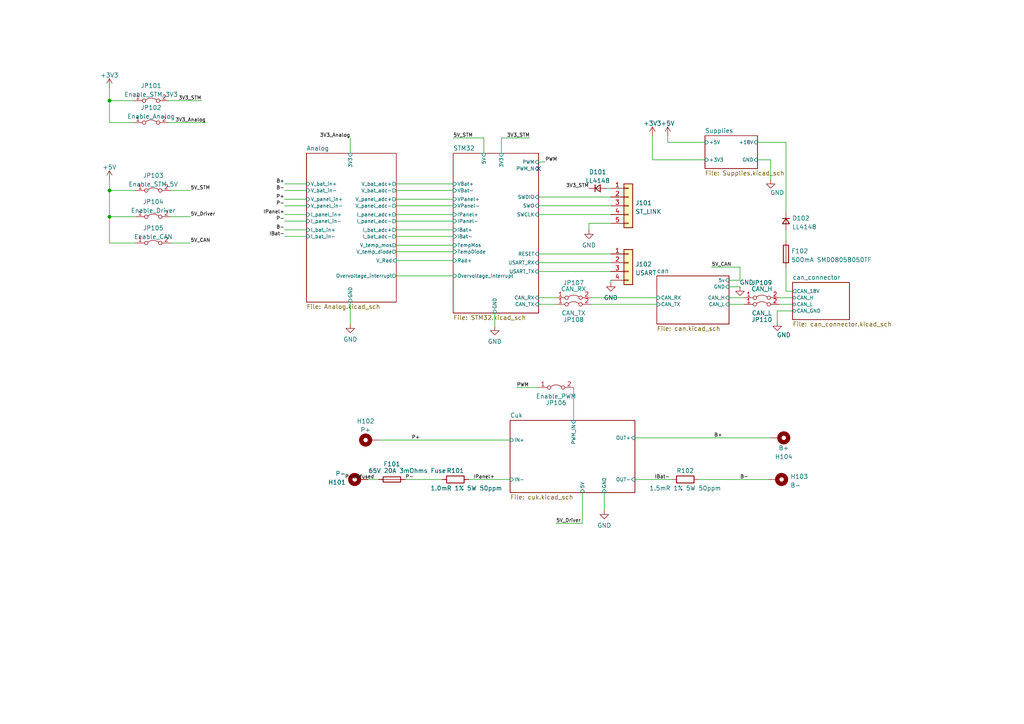
<source format=kicad_sch>
(kicad_sch (version 20211123) (generator eeschema)
  (paper "A4")
  (lib_symbols
    (symbol "Connector_Generic:Conn_01x04" (pin_names (offset 1.016) hide)
      (property "Reference" "J" (at 0 5.08 0))
      (property "Value" "Conn_01x04" (at 0 -7.62 0))
      (symbol "Conn_01x04_1_1"
        (rectangle (start -1.27 -4.953) (end 0 -5.207) (stroke (width 0.1524)))
        (rectangle (start -1.27 -2.413) (end 0 -2.667) (stroke (width 0.1524)))
        (rectangle (start -1.27 0.127) (end 0 -0.127) (stroke (width 0.1524)))
        (rectangle (start -1.27 2.667) (end 0 2.413) (stroke (width 0.1524)))
        (rectangle (start -1.27 3.81) (end 1.27 -6.35) (stroke (width 0.254)) (fill (type background)))
        (pin passive line (at -5.08 2.54 0) (length 3.81) (name "Pin_1") (number "1"))
        (pin passive line (at -5.08 0 0) (length 3.81) (name "Pin_2") (number "2"))
        (pin passive line (at -5.08 -2.54 0) (length 3.81) (name "Pin_3") (number "3"))
        (pin passive line (at -5.08 -5.08 0) (length 3.81) (name "Pin_4") (number "4"))
      )
    )
    (symbol "Connector_Generic:Conn_01x05" (pin_names (offset 1.016) hide)
      (property "Reference" "J" (at 0 7.62 0))
      (property "Value" "Conn_01x05" (at 0 -7.62 0))
      (symbol "Conn_01x05_1_1"
        (rectangle (start -1.27 -4.953) (end 0 -5.207) (stroke (width 0.1524)))
        (rectangle (start -1.27 -2.413) (end 0 -2.667) (stroke (width 0.1524)))
        (rectangle (start -1.27 0.127) (end 0 -0.127) (stroke (width 0.1524)))
        (rectangle (start -1.27 2.667) (end 0 2.413) (stroke (width 0.1524)))
        (rectangle (start -1.27 5.207) (end 0 4.953) (stroke (width 0.1524)))
        (rectangle (start -1.27 6.35) (end 1.27 -6.35) (stroke (width 0.254)) (fill (type background)))
        (pin passive line (at -5.08 5.08 0) (length 3.81) (name "Pin_1") (number "1"))
        (pin passive line (at -5.08 2.54 0) (length 3.81) (name "Pin_2") (number "2"))
        (pin passive line (at -5.08 0 0) (length 3.81) (name "Pin_3") (number "3"))
        (pin passive line (at -5.08 -2.54 0) (length 3.81) (name "Pin_4") (number "4"))
        (pin passive line (at -5.08 -5.08 0) (length 3.81) (name "Pin_5") (number "5"))
      )
    )
    (symbol "Device:D_Small" (pin_numbers hide) (pin_names (offset 0.254) hide)
      (property "Reference" "D" (at -1.27 2.032 0))
      (property "Value" "D_Small" (at -3.81 -2.032 0))
      (symbol "D_Small_0_1"
        (polyline (pts (xy -0.762 -1.016) (xy -0.762 1.016)) (stroke (width 0.254)))
        (polyline (pts (xy -0.762 0) (xy 0.762 0)))
        (polyline (pts (xy 0.762 -1.016) (xy -0.762 0) (xy 0.762 1.016) (xy 0.762 -1.016)) (stroke (width 0.254)))
      )
      (symbol "D_Small_1_1"
        (pin passive line (at -2.54 0 0) (length 1.778) (name "K") (number "1"))
        (pin passive line (at 2.54 0 180) (length 1.778) (name "A") (number "2"))
      )
    )
    (symbol "Device:Fuse" (pin_numbers hide) (pin_names (offset 0))
      (property "Reference" "F" (at 2.032 0 90))
      (property "Value" "Fuse" (at -1.905 0 90))
      (symbol "Fuse_0_1"
        (rectangle (start -0.762 -2.54) (end 0.762 2.54) (stroke (width 0.254)))
        (polyline (pts (xy 0 2.54) (xy 0 -2.54)))
      )
      (symbol "Fuse_1_1"
        (pin passive line (at 0 3.81 270) (length 1.27) (name "~") (number "1"))
        (pin passive line (at 0 -3.81 90) (length 1.27) (name "~") (number "2"))
      )
    )
    (symbol "Device:R" (pin_numbers hide) (pin_names (offset 0))
      (property "Reference" "R" (at 2.032 0 90))
      (property "Value" "R" (at 0 0 90))
      (symbol "R_0_1"
        (rectangle (start -1.016 -2.54) (end 1.016 2.54) (stroke (width 0.254)))
      )
      (symbol "R_1_1"
        (pin passive line (at 0 3.81 270) (length 1.27) (name "~") (number "1"))
        (pin passive line (at 0 -3.81 90) (length 1.27) (name "~") (number "2"))
      )
    )
    (symbol "Jumper:Jumper_2_Bridged" (pin_names (offset 0) hide)
      (property "Reference" "JP" (at 0 1.905 0))
      (property "Value" "Jumper_2_Bridged" (at 0 -2.54 0))
      (symbol "Jumper_2_Bridged_0_0"
        (circle (center -2.032 0) (radius 0.508))
        (circle (center 2.032 0) (radius 0.508))
      )
      (symbol "Jumper_2_Bridged_0_1"
        (arc (start 1.524 0.254) (mid 0 0.762) (end -1.524 0.254))
      )
      (symbol "Jumper_2_Bridged_1_1"
        (pin passive line (at -5.08 0 0) (length 2.54) (name "A") (number "1"))
        (pin passive line (at 5.08 0 180) (length 2.54) (name "B") (number "2"))
      )
    )
    (symbol "Mechanical:MountingHole_Pad" (pin_numbers hide) (pin_names (offset 1.016) hide)
      (property "Reference" "H" (at 0 6.35 0))
      (property "Value" "MountingHole_Pad" (at 0 4.445 0))
      (symbol "MountingHole_Pad_0_1"
        (circle (center 0 1.27) (radius 1.27) (stroke (width 1.27)))
      )
      (symbol "MountingHole_Pad_1_1"
        (pin input line (at 0 -2.54 90) (length 2.54) (name "1") (number "1"))
      )
    )
    (symbol "power:+3V3" (power) (pin_names (offset 0))
      (property "Value" "+3V3" (at 0 3.556 0))
      (symbol "+3V3_0_1"
        (polyline (pts (xy -0.762 1.27) (xy 0 2.54)))
        (polyline (pts (xy 0 0) (xy 0 2.54)))
        (polyline (pts (xy 0 2.54) (xy 0.762 1.27)))
      )
      (symbol "+3V3_1_1"
        (pin power_in line (at 0 0 90) (length 0) hide (name "+3V3") (number "1"))
      )
    )
    (symbol "power:+5V" (power) (pin_names (offset 0))
      (property "Value" "+5V" (at 0 3.556 0))
      (symbol "+5V_0_1"
        (polyline (pts (xy -0.762 1.27) (xy 0 2.54)))
        (polyline (pts (xy 0 0) (xy 0 2.54)))
        (polyline (pts (xy 0 2.54) (xy 0.762 1.27)))
      )
      (symbol "+5V_1_1"
        (pin power_in line (at 0 0 90) (length 0) hide (name "+5V") (number "1"))
      )
    )
    (symbol "power:GND" (power) (pin_names (offset 0))
      (property "Value" "GND" (at 0 -3.81 0))
      (symbol "GND_0_1"
        (polyline (pts (xy 0 0) (xy 0 -1.27) (xy 1.27 -1.27) (xy 0 -2.54) (xy -1.27 -1.27) (xy 0 -1.27)))
      )
      (symbol "GND_1_1"
        (pin power_in line (at 0 0 270) (length 0) hide (name "GND") (number "1"))
      )
    )
  )
  (junction (at 31.75 29.21))
  (junction (at 31.75 62.865))
  (junction (at 31.75 55.245))
  (no_connect (at 156.21 48.895))
  (wire (pts (xy 114.935 53.34) (xy 131.445 53.34)))
  (wire (pts (xy 193.675 41.275) (xy 204.47 41.275)))
  (wire (pts (xy 214.63 81.28) (xy 211.455 81.28)))
  (wire (pts (xy 114.935 57.785) (xy 131.445 57.785)))
  (wire (pts (xy 227.965 41.275) (xy 227.965 61.595)))
  (wire (pts (xy 82.55 53.34) (xy 88.9 53.34)))
  (wire (pts (xy 170.815 64.77) (xy 177.165 64.77)))
  (wire (pts (xy 211.455 88.265) (xy 215.9 88.265)))
  (wire (pts (xy 140.335 40.005) (xy 140.335 44.45)))
  (wire (pts (xy 156.21 76.2) (xy 177.165 76.2)))
  (wire (pts (xy 135.89 139.065) (xy 147.955 139.065)))
  (wire (pts (xy 223.52 46.355) (xy 223.52 52.07)))
  (wire (pts (xy 109.855 139.065) (xy 106.68 139.065)))
  (wire (pts (xy 114.935 68.58) (xy 131.445 68.58)))
  (wire (pts (xy 149.86 112.395) (xy 156.21 112.395)))
  (wire (pts (xy 82.55 62.23) (xy 88.9 62.23)))
  (wire (pts (xy 177.165 81.28) (xy 177.165 81.915)))
  (wire (pts (xy 206.375 77.47) (xy 214.63 77.47)))
  (wire (pts (xy 114.935 59.69) (xy 131.445 59.69)))
  (wire (pts (xy 171.45 88.265) (xy 190.5 88.265)))
  (wire (pts (xy 156.21 46.99) (xy 158.115 46.99)))
  (wire (pts (xy 128.27 139.065) (xy 117.475 139.065)))
  (wire (pts (xy 131.445 40.005) (xy 140.335 40.005)))
  (wire (pts (xy 82.55 68.58) (xy 88.9 68.58)))
  (wire (pts (xy 156.21 78.74) (xy 177.165 78.74)))
  (wire (pts (xy 31.75 55.245) (xy 31.75 62.865)))
  (wire (pts (xy 114.935 62.23) (xy 131.445 62.23)))
  (wire (pts (xy 219.71 41.275) (xy 227.965 41.275)))
  (wire (pts (xy 143.51 90.805) (xy 143.51 94.615)))
  (wire (pts (xy 219.71 46.355) (xy 223.52 46.355)))
  (wire (pts (xy 31.75 25.4) (xy 31.75 29.21)))
  (wire (pts (xy 31.75 35.56) (xy 38.735 35.56)))
  (wire (pts (xy 214.63 77.47) (xy 214.63 81.28)))
  (wire (pts (xy 82.55 57.785) (xy 88.9 57.785)))
  (wire (pts (xy 114.935 75.565) (xy 131.445 75.565)))
  (wire (pts (xy 189.23 39.37) (xy 189.23 46.355)))
  (wire (pts (xy 145.415 44.45) (xy 145.415 40.005)))
  (wire (pts (xy 226.06 88.265) (xy 229.87 88.265)))
  (wire (pts (xy 189.23 46.355) (xy 204.47 46.355)))
  (wire (pts (xy 31.75 62.865) (xy 31.75 70.485)))
  (wire (pts (xy 114.935 71.12) (xy 131.445 71.12)))
  (wire (pts (xy 101.6 87.63) (xy 101.6 93.98)))
  (wire (pts (xy 227.965 84.455) (xy 227.965 77.47)))
  (wire (pts (xy 161.29 151.765) (xy 168.91 151.765)))
  (wire (pts (xy 184.15 139.065) (xy 194.945 139.065)))
  (wire (pts (xy 168.91 151.765) (xy 168.91 142.875)))
  (wire (pts (xy 114.935 80.01) (xy 131.445 80.01)))
  (wire (pts (xy 156.21 88.265) (xy 161.29 88.265)))
  (wire (pts (xy 175.895 54.61) (xy 177.165 54.61)))
  (wire (pts (xy 156.21 57.15) (xy 177.165 57.15)))
  (wire (pts (xy 31.75 55.245) (xy 39.37 55.245)))
  (wire (pts (xy 48.895 35.56) (xy 59.69 35.56)))
  (wire (pts (xy 166.37 112.395) (xy 166.37 121.92)))
  (wire (pts (xy 114.935 66.675) (xy 131.445 66.675)))
  (wire (pts (xy 171.45 86.36) (xy 190.5 86.36)))
  (wire (pts (xy 202.565 139.065) (xy 222.885 139.065)))
  (wire (pts (xy 114.935 64.135) (xy 131.445 64.135)))
  (wire (pts (xy 156.21 62.23) (xy 177.165 62.23)))
  (wire (pts (xy 225.425 90.17) (xy 229.87 90.17)))
  (wire (pts (xy 31.75 52.07) (xy 31.75 55.245)))
  (wire (pts (xy 175.26 142.875) (xy 175.26 147.955)))
  (wire (pts (xy 48.895 29.21) (xy 58.42 29.21)))
  (wire (pts (xy 114.935 73.025) (xy 131.445 73.025)))
  (wire (pts (xy 227.965 66.675) (xy 227.965 69.85)))
  (wire (pts (xy 101.6 40.005) (xy 101.6 44.45)))
  (wire (pts (xy 31.75 29.21) (xy 31.75 35.56)))
  (wire (pts (xy 193.675 39.37) (xy 193.675 41.275)))
  (wire (pts (xy 82.55 64.135) (xy 88.9 64.135)))
  (wire (pts (xy 184.15 127) (xy 223.52 127)))
  (wire (pts (xy 49.53 70.485) (xy 55.245 70.485)))
  (wire (pts (xy 82.55 55.245) (xy 88.9 55.245)))
  (wire (pts (xy 109.855 127.635) (xy 147.955 127.635)))
  (wire (pts (xy 31.75 29.21) (xy 38.735 29.21)))
  (wire (pts (xy 82.55 66.675) (xy 88.9 66.675)))
  (wire (pts (xy 49.53 62.865) (xy 55.245 62.865)))
  (wire (pts (xy 82.55 59.69) (xy 88.9 59.69)))
  (wire (pts (xy 31.75 70.485) (xy 39.37 70.485)))
  (wire (pts (xy 156.21 73.66) (xy 177.165 73.66)))
  (wire (pts (xy 211.455 83.185) (xy 214.63 83.185)))
  (wire (pts (xy 145.415 40.005) (xy 153.67 40.005)))
  (wire (pts (xy 156.21 59.69) (xy 177.165 59.69)))
  (wire (pts (xy 156.21 86.36) (xy 161.29 86.36)))
  (wire (pts (xy 31.75 62.865) (xy 39.37 62.865)))
  (wire (pts (xy 211.455 86.36) (xy 215.9 86.36)))
  (wire (pts (xy 229.87 84.455) (xy 227.965 84.455)))
  (wire (pts (xy 49.53 55.245) (xy 55.245 55.245)))
  (wire (pts (xy 226.06 86.36) (xy 229.87 86.36)))
  (wire (pts (xy 225.425 93.345) (xy 225.425 90.17)))
  (wire (pts (xy 114.935 55.245) (xy 131.445 55.245)))
  (wire (pts (xy 170.815 64.77) (xy 170.815 66.675)))
  (label "3V3_STM" (at 153.67 40.005 180) (effects (font (size 1.016 1.016))))
  (label "3V3_STM" (at 170.815 54.61 180) (effects (font (size 1.016 1.016))))
  (label "IPanel+" (at 82.55 62.23 180) (effects (font (size 1.016 1.016))))
  (label "PWM" (at 149.86 112.395 0) (effects (font (size 1.016 1.016))))
  (label "PWM" (at 158.115 46.99 0) (effects (font (size 1.016 1.016))))
  (label "P+" (at 119.38 127.635 0) (effects (font (size 1.016 1.016))))
  (label "3V3_Analog" (at 101.6 40.005 180) (effects (font (size 1.016 1.016))))
  (label "B-" (at 82.55 55.245 180) (effects (font (size 1.016 1.016))))
  (label "P-" (at 120.015 139.065 180) (effects (font (size 1.016 1.016))))
  (label "5V_Driver" (at 161.29 151.765 0) (effects (font (size 1.016 1.016))))
  (label "5V_STM" (at 131.445 40.005 0) (effects (font (size 1.016 1.016))))
  (label "B-" (at 82.55 66.675 180) (effects (font (size 1.016 1.016))))
  (label "P-" (at 82.55 59.69 180) (effects (font (size 1.016 1.016))))
  (label "3V3_STM" (at 58.42 29.21 180) (effects (font (size 1.016 1.016))))
  (label "B+" (at 82.55 53.34 180) (effects (font (size 1.016 1.016))))
  (label "IBat-" (at 82.55 68.58 180) (effects (font (size 1.016 1.016))))
  (label "P-Unfused" (at 108.585 139.065 180) (effects (font (size 1.016 1.016))))
  (label "3V3_Analog" (at 59.69 35.56 180) (effects (font (size 1.016 1.016))))
  (label "P-" (at 82.55 64.135 180) (effects (font (size 1.016 1.016))))
  (label "5V_STM" (at 55.245 55.245 0) (effects (font (size 1.016 1.016))))
  (label "P+" (at 82.55 57.785 180) (effects (font (size 1.016 1.016))))
  (label "IPanel+" (at 143.51 139.065 180) (effects (font (size 1.016 1.016))))
  (label "IBat-" (at 194.31 139.065 180) (effects (font (size 1.016 1.016))))
  (label "B+" (at 209.55 127 180) (effects (font (size 1.016 1.016))))
  (label "5V_Driver" (at 55.245 62.865 0) (effects (font (size 1.016 1.016))))
  (label "B-" (at 214.63 139.065 0) (effects (font (size 1.016 1.016))))
  (label "5V_CAN" (at 206.375 77.47 0) (effects (font (size 1.016 1.016))))
  (label "5V_CAN" (at 55.245 70.485 0) (effects (font (size 1.016 1.016))))
  (symbol (lib_id "power:GND") (at 214.63 83.185 0) (unit 1)
    (property "Reference" "#PWR0110" (effects hide))
    (property "Value" "GND" (at 216.535 81.915 0))
  )
  (symbol (lib_id "Device:D_Small") (at 173.355 54.61 0) (unit 1)
    (property "Reference" "D101" (at 173.355 49.8942 0))
    (property "Value" "LL4148" (at 173.355 52.4311 0))
    (property "Footprint" "Diode_SMD:D_MiniMELF_Handsoldering" (effects hide))
  )
  (symbol (lib_id "Device:R") (at 132.08 139.065 90) (unit 1)
    (property "Reference" "R101" (at 132.08 136.525 90))
    (property "Value" "1.0mR 1% 5W 50ppm" (at 135.255 141.605 90))
    (property "Footprint" "Resistor_SMD:R_2512_6332Metric_Pad1.40x3.35mm_HandSolder" (effects hide))
    (property "Datasheet" "https://br.mouser.com/ProductDetail/IRC-TT-Electronics/ULRB1-2512-R001-F-LF-SLT?qs=o5%2FBfEwRdctYx0sG1Ngoug%3D%3D" (effects hide))
  )
  (symbol (lib_id "Jumper:Jumper_2_Bridged") (at 43.815 35.56 0) (unit 1)
    (property "Reference" "JP102" (at 43.815 31.2252 0))
    (property "Value" "Enable_Analog" (at 43.815 33.7621 0))
    (property "Footprint" "Jumper:SolderJumper-2_P1.3mm_Open_TrianglePad1.0x1.5mm" (effects hide))
  )
  (symbol (lib_id "Connector_Generic:Conn_01x05") (at 182.245 59.69 0) (unit 1)
    (property "Reference" "J101" (at 184.277 58.8553 0) (effects (justify left)))
    (property "Value" "ST_LINK" (at 184.277 61.3922 0) (effects (justify left)))
    (property "Footprint" "Zenite:PinSocket_1x05_P2.54mm_Horizontal_SMD" (effects hide))
  )
  (symbol (lib_id "power:GND") (at 175.26 147.955 0) (unit 1)
    (property "Reference" "#PWR0106" (effects hide))
    (property "Value" "GND" (at 175.26 152.3984 0))
  )
  (symbol (lib_id "power:GND") (at 170.815 66.675 0) (unit 1)
    (property "Reference" "#PWR0105" (effects hide))
    (property "Value" "GND" (at 170.815 71.1184 0))
  )
  (symbol (lib_id "Device:Fuse") (at 227.965 73.66 0) (unit 1)
    (property "Reference" "F102" (at 229.489 72.8253 0) (effects (justify left)))
    (property "Value" "500mA SMD0805B050TF " (at 229.489 75.3622 0) (effects (justify left)))
    (property "Footprint" "Fuse:Fuse_0805_2012Metric_Pad1.15x1.40mm_HandSolder" (effects hide))
    (property "Datasheet" "https://datasheet.lcsc.com/lcsc/1808280424_Brightking-SMD0805B050TF_C269104.pdf" (effects hide))
  )
  (symbol (lib_id "Jumper:Jumper_2_Bridged") (at 161.29 112.395 0) (unit 1)
    (property "Reference" "JP106" (at 161.29 116.84 0))
    (property "Value" "Enable_PWM" (at 161.29 114.935 0))
    (property "Footprint" "Jumper:SolderJumper-2_P1.3mm_Open_TrianglePad1.0x1.5mm" (effects hide))
  )
  (symbol (lib_id "Jumper:Jumper_2_Bridged") (at 220.98 86.36 0) (unit 1)
    (property "Reference" "JP109" (at 220.98 82.0252 0))
    (property "Value" "CAN_H" (at 220.98 83.82 0))
    (property "Footprint" "Jumper:SolderJumper-2_P1.3mm_Open_TrianglePad1.0x1.5mm" (effects hide))
  )
  (symbol (lib_id "Mechanical:MountingHole_Pad") (at 225.425 139.065 270) (unit 1)
    (property "Reference" "H103" (at 229.235 138.2303 90) (effects (justify left)))
    (property "Value" "B-" (at 229.235 140.7672 90) (effects (justify left)))
    (property "Footprint" "Zenite:MountingHole_12mmx12mm_Rectangular" (effects hide))
  )
  (symbol (lib_id "power:+3V3") (at 189.23 39.37 0) (unit 1)
    (property "Reference" "#PWR0108" (effects hide))
    (property "Value" "+3V3" (at 189.23 35.7942 0))
  )
  (symbol (lib_id "power:GND") (at 225.425 93.345 0) (unit 1)
    (property "Reference" "#PWR0112" (effects hide))
    (property "Value" "GND" (at 227.33 97.155 0))
  )
  (symbol (lib_id "power:GND") (at 143.51 94.615 0) (unit 1)
    (property "Reference" "#PWR0104" (effects hide))
    (property "Value" "GND" (at 143.51 99.0584 0))
  )
  (symbol (lib_id "power:+5V") (at 31.75 52.07 0) (unit 1)
    (property "Reference" "#PWR0102" (effects hide))
    (property "Value" "+5V" (at 31.75 48.4942 0))
  )
  (symbol (lib_id "power:GND") (at 177.165 81.915 0) (unit 1)
    (property "Reference" "#PWR0107" (effects hide))
    (property "Value" "GND" (at 177.165 86.3584 0))
  )
  (symbol (lib_id "Jumper:Jumper_2_Bridged") (at 44.45 70.485 0) (unit 1)
    (property "Reference" "JP105" (at 44.45 66.1502 0))
    (property "Value" "Enable_CAN" (at 44.45 68.6871 0))
    (property "Footprint" "Jumper:SolderJumper-2_P1.3mm_Open_TrianglePad1.0x1.5mm" (effects hide))
  )
  (symbol (lib_id "Jumper:Jumper_2_Bridged") (at 44.45 62.865 0) (unit 1)
    (property "Reference" "JP104" (at 44.45 58.5302 0))
    (property "Value" "Enable_Driver" (at 44.45 61.0671 0))
    (property "Footprint" "Jumper:SolderJumper-2_P1.3mm_Open_TrianglePad1.0x1.5mm" (effects hide))
  )
  (symbol (lib_id "Jumper:Jumper_2_Bridged") (at 166.37 88.265 0) (unit 1)
    (property "Reference" "JP108" (at 166.37 92.71 0))
    (property "Value" "CAN_TX" (at 166.37 90.805 0))
    (property "Footprint" "Jumper:SolderJumper-2_P1.3mm_Open_TrianglePad1.0x1.5mm" (effects hide))
  )
  (symbol (lib_id "Device:D_Small") (at 227.965 64.135 270) (unit 1)
    (property "Reference" "D102" (at 229.743 63.3003 90) (effects (justify left)))
    (property "Value" "LL4148" (at 229.743 65.8372 90) (effects (justify left)))
    (property "Footprint" "Diode_SMD:D_MiniMELF_Handsoldering" (effects hide))
  )
  (symbol (lib_id "power:GND") (at 223.52 52.07 0) (unit 1)
    (property "Reference" "#PWR0111" (effects hide))
    (property "Value" "GND" (at 225.425 55.88 0))
  )
  (symbol (lib_id "Jumper:Jumper_2_Bridged") (at 166.37 86.36 0) (unit 1)
    (property "Reference" "JP107" (at 166.37 82.0252 0))
    (property "Value" "CAN_RX" (at 166.37 83.82 0))
    (property "Footprint" "Jumper:SolderJumper-2_P1.3mm_Open_TrianglePad1.0x1.5mm" (effects hide))
  )
  (symbol (lib_id "Jumper:Jumper_2_Bridged") (at 44.45 55.245 0) (unit 1)
    (property "Reference" "JP103" (at 44.45 50.9102 0))
    (property "Value" "Enable_STM_5V" (at 44.45 53.4471 0))
    (property "Footprint" "Jumper:SolderJumper-2_P1.3mm_Open_TrianglePad1.0x1.5mm" (effects hide))
  )
  (symbol (lib_id "power:+3V3") (at 31.75 25.4 0) (unit 1)
    (property "Reference" "#PWR0101" (effects hide))
    (property "Value" "+3V3" (at 31.75 21.8242 0))
  )
  (symbol (lib_id "Mechanical:MountingHole_Pad") (at 107.315 127.635 90) (unit 1)
    (property "Reference" "H102" (at 106.045 122.1572 90))
    (property "Value" "P+" (at 106.045 124.6941 90))
    (property "Footprint" "Zenite:MountingHole_12mmx12mm_Rectangular" (effects hide))
  )
  (symbol (lib_id "Device:R") (at 198.755 139.065 270) (mirror x) (unit 1)
    (property "Reference" "R102" (at 198.755 136.525 90))
    (property "Value" "1.5mR 1% 5W 50ppm" (at 198.755 141.605 90))
    (property "Footprint" "Resistor_SMD:R_2512_6332Metric_Pad1.40x3.35mm_HandSolder" (effects hide))
    (property "Datasheet" "https://www.mouser.com/ProductDetail/IRC-TT-Electronics/ULRB1-2512-R0015-F-LF-SLT?qs=o5%2FBfEwRdcty0vatArfDRQ%3D%3D" (effects hide))
  )
  (symbol (lib_id "Mechanical:MountingHole_Pad") (at 226.06 127 270) (unit 1)
    (property "Reference" "H104" (at 227.33 132.4778 90))
    (property "Value" "B+" (at 227.33 129.9409 90))
    (property "Footprint" "Zenite:MountingHole_12mmx12mm_Rectangular" (effects hide))
  )
  (symbol (lib_id "Mechanical:MountingHole_Pad") (at 104.14 139.065 90) (unit 1)
    (property "Reference" "H101" (at 100.33 139.8997 90) (effects (justify left)))
    (property "Value" "P-" (at 100.33 137.3628 90) (effects (justify left)))
    (property "Footprint" "Zenite:MountingHole_12mmx12mm_Rectangular" (effects hide))
  )
  (symbol (lib_id "power:+5V") (at 193.675 39.37 0) (unit 1)
    (property "Reference" "#PWR0109" (effects hide))
    (property "Value" "+5V" (at 193.675 35.7942 0))
  )
  (symbol (lib_id "power:GND") (at 101.6 93.98 0) (unit 1)
    (property "Reference" "#PWR0103" (effects hide))
    (property "Value" "GND" (at 101.6 98.4234 0))
  )
  (symbol (lib_id "Device:Fuse") (at 113.665 139.065 270) (unit 1)
    (property "Reference" "F101" (at 113.665 134.6032 90))
    (property "Value" "65V 20A 3mOhms Fuse" (at 118.11 136.525 90))
    (property "Footprint" "Zenite:S6125-F" (effects hide))
    (property "Datasheet" "https://lcsc.com/product-detail/Fuses_SART-Nanjing-Sart-Tech-S6125-F-20-0A_C553949.html" (effects hide))
  )
  (symbol (lib_id "Jumper:Jumper_2_Bridged") (at 43.815 29.21 0) (unit 1)
    (property "Reference" "JP101" (at 43.815 24.8752 0))
    (property "Value" "Enable_STM_3V3" (at 43.815 27.4121 0))
    (property "Footprint" "Jumper:SolderJumper-2_P1.3mm_Open_TrianglePad1.0x1.5mm" (effects hide))
  )
  (symbol (lib_id "Jumper:Jumper_2_Bridged") (at 220.98 88.265 0) (unit 1)
    (property "Reference" "JP110" (at 220.98 92.71 0))
    (property "Value" "CAN_L" (at 220.98 90.805 0))
    (property "Footprint" "Jumper:SolderJumper-2_P1.3mm_Open_TrianglePad1.0x1.5mm" (effects hide))
  )
  (symbol (lib_id "Connector_Generic:Conn_01x04") (at 182.245 76.2 0) (unit 1)
    (property "Reference" "J102" (at 184.277 76.6353 0) (effects (justify left)))
    (property "Value" "USART" (at 184.277 79.1722 0) (effects (justify left)))
    (property "Footprint" "Zenite:PinSocket_1x04_P2.54mm_Horizontal_SMD" (effects hide))
  )
  (sheet (at 88.9 44.45) (size 26.035 43.18) (stroke (width 0.1524))
    (property "Sheet name" "Analog" (at 88.9 43.7384 0) (effects (justify left bottom)))
    (property "Sheet file" "Analog.kicad_sch" (at 88.9 88.2146 0) (effects (justify left top)))
    (pin "V_bat_in+" input (at 88.9 53.34 180) (effects (font (size 1.016 1.016))))
    (pin "V_bat_in-" input (at 88.9 55.245 180) (effects (font (size 1.016 1.016))))
    (pin "Overvoltage_interrupt" output (at 114.935 80.01 0) (effects (font (size 1.016 1.016))))
    (pin "I_panel_in+" input (at 88.9 62.23 180) (effects (font (size 1.016 1.016))))
    (pin "I_panel_in-" input (at 88.9 64.135 180) (effects (font (size 1.016 1.016))))
    (pin "V_temp_diode" output (at 114.935 73.025 0) (effects (font (size 1.016 1.016))))
    (pin "I_bat_adc-" output (at 114.935 68.58 0) (effects (font (size 1.016 1.016))))
    (pin "V_bat_adc-" output (at 114.935 55.245 0) (effects (font (size 1.016 1.016))))
    (pin "I_bat_in+" input (at 88.9 66.675 180) (effects (font (size 1.016 1.016))))
    (pin "I_bat_in-" input (at 88.9 68.58 180) (effects (font (size 1.016 1.016))))
    (pin "I_panel_adc-" output (at 114.935 64.135 0) (effects (font (size 1.016 1.016))))
    (pin "I_panel_adc+" output (at 114.935 62.23 0) (effects (font (size 1.016 1.016))))
    (pin "I_bat_adc+" output (at 114.935 66.675 0) (effects (font (size 1.016 1.016))))
    (pin "V_panel_in+" input (at 88.9 57.785 180) (effects (font (size 1.016 1.016))))
    (pin "V_temp_mos" output (at 114.935 71.12 0) (effects (font (size 1.016 1.016))))
    (pin "V_panel_in-" input (at 88.9 59.69 180) (effects (font (size 1.016 1.016))))
    (pin "V_panel_adc-" output (at 114.935 59.69 0) (effects (font (size 1.016 1.016))))
    (pin "V_bat_adc+" output (at 114.935 53.34 0) (effects (font (size 1.016 1.016))))
    (pin "V_panel_adc+" output (at 114.935 57.785 0) (effects (font (size 1.016 1.016))))
    (pin "GND" input (at 101.6 87.63 270) (effects (font (size 1.016 1.016))))
    (pin "3V3" input (at 101.6 44.45 90) (effects (font (size 1.016 1.016))))
    (pin "V_Rad" input (at 114.935 75.565 0) (effects (font (size 1.016 1.016))))
  )
  (sheet (at 190.5 80.01) (size 20.955 13.97) (stroke (width 0.1524))
    (property "Sheet name" "can" (at 190.5 79.2984 0) (effects (justify left bottom)))
    (property "Sheet file" "can.kicad_sch" (at 190.5 94.5646 0) (effects (justify left top)))
    (pin "CAN_H" input (at 211.455 86.36 0) (effects (font (size 1.016 1.016))))
    (pin "CAN_L" input (at 211.455 88.265 0) (effects (font (size 1.016 1.016))))
    (pin "5v" input (at 211.455 81.28 0) (effects (font (size 1.016 1.016))))
    (pin "GND" input (at 211.455 83.185 0) (effects (font (size 1.016 1.016))))
    (pin "CAN_TX" input (at 190.5 88.265 180) (effects (font (size 1.016 1.016))))
    (pin "CAN_RX" input (at 190.5 86.36 180) (effects (font (size 1.016 1.016))))
  )
  (sheet (at 204.47 39.37) (size 15.24 9.525) (stroke (width 0.1524))
    (property "Sheet name" "Supplies" (at 204.47 38.6584 0) (effects (justify left bottom)))
    (property "Sheet file" "Supplies.kicad_sch" (at 204.47 49.4796 0) (effects (justify left top)))
    (pin "+18V" input (at 219.71 41.275 0) (effects (font (size 1.016 1.016))))
    (pin "+3V3" input (at 204.47 46.355 180) (effects (font (size 1.016 1.016))))
    (pin "+5V" input (at 204.47 41.275 180) (effects (font (size 1.016 1.016))))
    (pin "GND" input (at 219.71 46.355 0) (effects (font (size 1.016 1.016))))
  )
  (sheet (at 147.955 121.92) (size 36.195 20.955) (stroke (width 0.1524))
    (property "Sheet name" "Cuk" (at 147.955 121.2084 0) (effects (justify left bottom)))
    (property "Sheet file" "cuk.kicad_sch" (at 147.955 143.4596 0) (effects (justify left top)))
    (pin "OUT+" input (at 184.15 127 0) (effects (font (size 1.016 1.016))))
    (pin "IN-" input (at 147.955 139.065 180) (effects (font (size 1.016 1.016))))
    (pin "IN+" input (at 147.955 127.635 180) (effects (font (size 1.016 1.016))))
    (pin "OUT-" input (at 184.15 139.065 0) (effects (font (size 1.016 1.016))))
    (pin "5V" input (at 168.91 142.875 270) (effects (font (size 1.016 1.016))))
    (pin "GND" input (at 175.26 142.875 270) (effects (font (size 1.016 1.016))))
    (pin "PWM_IN" input (at 166.37 121.92 90) (effects (font (size 1.016 1.016))))
  )
  (sheet (at 229.87 81.915) (size 16.51 10.795) (stroke (width 0.1524))
    (property "Sheet name" "can_connector" (at 229.87 81.2034 0) (effects (justify left bottom)))
    (property "Sheet file" "can_connector.kicad_sch" (at 229.87 93.2946 0) (effects (justify left top)))
    (pin "CAN_GND" bidirectional (at 229.87 90.17 180) (effects (font (size 1.016 1.016))))
    (pin "CAN_H" bidirectional (at 229.87 86.36 180) (effects (font (size 1.016 1.016))))
    (pin "CAN_L" bidirectional (at 229.87 88.265 180) (effects (font (size 1.016 1.016))))
    (pin "CAN_18V" output (at 229.87 84.455 180) (effects (font (size 1.016 1.016))))
  )
  (sheet (at 131.445 44.45) (size 24.765 46.355) (stroke (width 0.1524))
    (property "Sheet name" "STM32" (at 131.445 43.7384 0) (effects (justify left bottom)))
    (property "Sheet file" "STM32.kicad_sch" (at 131.445 91.3896 0) (effects (justify left top)))
    (pin "VPanel+" input (at 131.445 57.785 180) (effects (font (size 1.016 1.016))))
    (pin "VPanel-" input (at 131.445 59.69 180) (effects (font (size 1.016 1.016))))
    (pin "IPanel+" input (at 131.445 62.23 180) (effects (font (size 1.016 1.016))))
    (pin "IPanel-" input (at 131.445 64.135 180) (effects (font (size 1.016 1.016))))
    (pin "Rad+" input (at 131.445 75.565 180) (effects (font (size 1.016 1.016))))
    (pin "TempMos" input (at 131.445 71.12 180) (effects (font (size 1.016 1.016))))
    (pin "TempDiode" input (at 131.445 73.025 180) (effects (font (size 1.016 1.016))))
    (pin "USART_TX" input (at 156.21 78.74 0) (effects (font (size 1.016 1.016))))
    (pin "USART_RX" input (at 156.21 76.2 0) (effects (font (size 1.016 1.016))))
    (pin "PWM" input (at 156.21 46.99 0) (effects (font (size 1.016 1.016))))
    (pin "PWM_N" input (at 156.21 48.895 0) (effects (font (size 1.016 1.016))))
    (pin "VBat+" input (at 131.445 53.34 180) (effects (font (size 1.016 1.016))))
    (pin "VBat-" input (at 131.445 55.245 180) (effects (font (size 1.016 1.016))))
    (pin "IBat-" input (at 131.445 68.58 180) (effects (font (size 1.016 1.016))))
    (pin "SWCLK" input (at 156.21 62.23 0) (effects (font (size 1.016 1.016))))
    (pin "SWDIO" input (at 156.21 57.15 0) (effects (font (size 1.016 1.016))))
    (pin "CAN_TX" input (at 156.21 88.265 0) (effects (font (size 1.016 1.016))))
    (pin "CAN_RX" input (at 156.21 86.36 0) (effects (font (size 1.016 1.016))))
    (pin "IBat+" input (at 131.445 66.675 180) (effects (font (size 1.016 1.016))))
    (pin "RESET" input (at 156.21 73.66 0) (effects (font (size 1.016 1.016))))
    (pin "SWO" input (at 156.21 59.69 0) (effects (font (size 1.016 1.016))))
    (pin "5V" input (at 140.335 44.45 90) (effects (font (size 1.016 1.016))))
    (pin "GND" input (at 143.51 90.805 270) (effects (font (size 1.016 1.016))))
    (pin "3V3" input (at 145.415 44.45 90) (effects (font (size 1.016 1.016))))
    (pin "Overvoltage_Interrupt" input (at 131.445 80.01 180) (effects (font (size 1.016 1.016))))
  )
)
</source>
